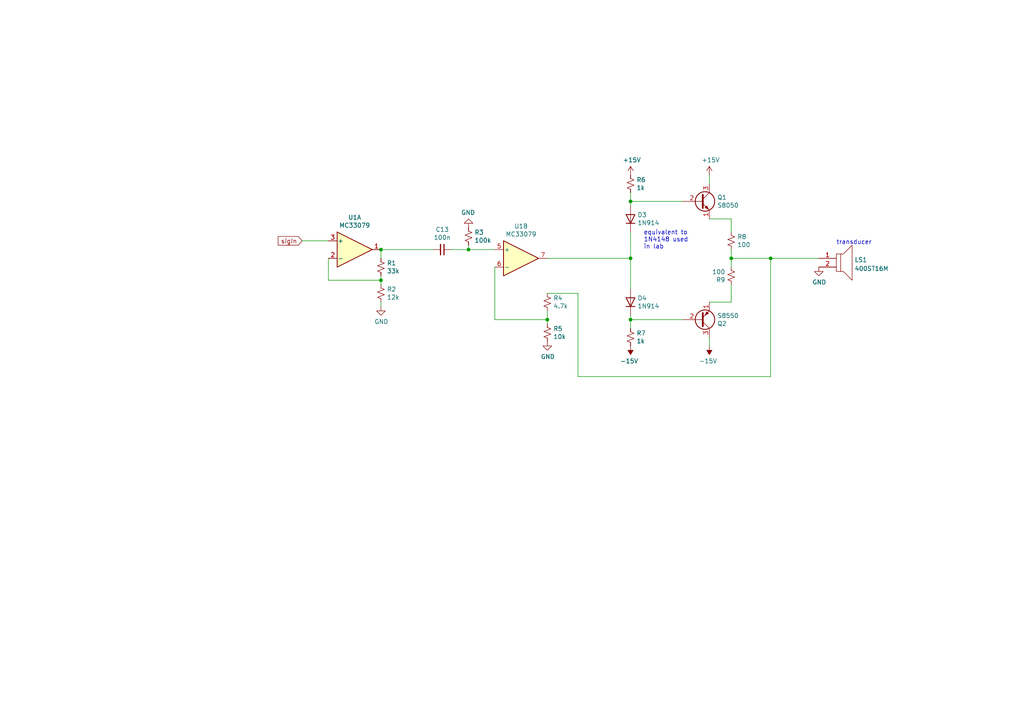
<source format=kicad_sch>
(kicad_sch (version 20211123) (generator eeschema)
  (paper "A4")
  (lib_symbols
    (symbol "Amplifier_Operational:MC33079" (pin_names (offset 0.127))
      (property "Reference" "U" (at 0 5.08 0))
      (property "Value" "MC33079" (at 0 -5.08 0))
      (symbol "MC33079_1_1"
        (polyline (pts (xy -5.08 5.08) (xy 5.08 0) (xy -5.08 -5.08) (xy -5.08 5.08)) (stroke (width 0.254)) (fill (type background)))
        (pin output line (at 7.62 0 180) (length 2.54) (name "~") (number "1"))
        (pin input line (at -7.62 -2.54 0) (length 2.54) (name "-") (number "2"))
        (pin input line (at -7.62 2.54 0) (length 2.54) (name "+") (number "3"))
      )
      (symbol "MC33079_2_1"
        (polyline (pts (xy -5.08 5.08) (xy 5.08 0) (xy -5.08 -5.08) (xy -5.08 5.08)) (stroke (width 0.254)) (fill (type background)))
        (pin input line (at -7.62 2.54 0) (length 2.54) (name "+") (number "5"))
        (pin input line (at -7.62 -2.54 0) (length 2.54) (name "-") (number "6"))
        (pin output line (at 7.62 0 180) (length 2.54) (name "~") (number "7"))
      )
      (symbol "MC33079_3_1"
        (polyline (pts (xy -5.08 5.08) (xy 5.08 0) (xy -5.08 -5.08) (xy -5.08 5.08)) (stroke (width 0.254)) (fill (type background)))
        (pin input line (at -7.62 2.54 0) (length 2.54) (name "+") (number "10"))
        (pin output line (at 7.62 0 180) (length 2.54) (name "~") (number "8"))
        (pin input line (at -7.62 -2.54 0) (length 2.54) (name "-") (number "9"))
      )
      (symbol "MC33079_4_1"
        (polyline (pts (xy -5.08 5.08) (xy 5.08 0) (xy -5.08 -5.08) (xy -5.08 5.08)) (stroke (width 0.254)) (fill (type background)))
        (pin input line (at -7.62 2.54 0) (length 2.54) (name "+") (number "12"))
        (pin input line (at -7.62 -2.54 0) (length 2.54) (name "-") (number "13"))
        (pin output line (at 7.62 0 180) (length 2.54) (name "~") (number "14"))
      )
      (symbol "MC33079_5_1"
        (pin power_in line (at -2.54 -7.62 90) (length 3.81) (name "V-") (number "11"))
        (pin power_in line (at -2.54 7.62 270) (length 3.81) (name "V+") (number "4"))
      )
    )
    (symbol "Device:C_Small" (pin_numbers hide) (pin_names (offset 0.254) hide)
      (property "Reference" "C" (at 0.254 1.778 0))
      (property "Value" "C_Small" (at 0.254 -2.032 0))
      (symbol "C_Small_0_1"
        (polyline (pts (xy -1.524 -0.508) (xy 1.524 -0.508)) (stroke (width 0.3302)))
        (polyline (pts (xy -1.524 0.508) (xy 1.524 0.508)) (stroke (width 0.3048)))
      )
      (symbol "C_Small_1_1"
        (pin passive line (at 0 2.54 270) (length 2.032) (name "~") (number "1"))
        (pin passive line (at 0 -2.54 90) (length 2.032) (name "~") (number "2"))
      )
    )
    (symbol "Device:R_Small_US" (pin_numbers hide) (pin_names (offset 0.254) hide)
      (property "Reference" "R" (at 0.762 0.508 0))
      (property "Value" "R_Small_US" (at 0.762 -1.016 0))
      (symbol "R_Small_US_1_1"
        (polyline (pts (xy 0 0) (xy 1.016 -0.381) (xy 0 -0.762) (xy -1.016 -1.143) (xy 0 -1.524)))
        (polyline (pts (xy 0 1.524) (xy 1.016 1.143) (xy 0 0.762) (xy -1.016 0.381) (xy 0 0)))
        (pin passive line (at 0 2.54 270) (length 1.016) (name "~") (number "1"))
        (pin passive line (at 0 -2.54 90) (length 1.016) (name "~") (number "2"))
      )
    )
    (symbol "Diode:1N914" (pin_numbers hide) (pin_names hide)
      (property "Reference" "D" (at 0 2.54 0))
      (property "Value" "1N914" (at 0 -2.54 0))
      (symbol "1N914_0_1"
        (polyline (pts (xy -1.27 1.27) (xy -1.27 -1.27)) (stroke (width 0.254)))
        (polyline (pts (xy 1.27 0) (xy -1.27 0)))
        (polyline (pts (xy 1.27 1.27) (xy 1.27 -1.27) (xy -1.27 0) (xy 1.27 1.27)) (stroke (width 0.254)))
      )
      (symbol "1N914_1_1"
        (pin passive line (at -3.81 0 0) (length 2.54) (name "K") (number "1"))
        (pin passive line (at 3.81 0 180) (length 2.54) (name "A") (number "2"))
      )
    )
    (symbol "SamacSys_Parts:400ST16M" (pin_names (offset 0.762))
      (property "Reference" "LS1" (at 10.3632 -0.4353 0))
      (property "Value" "400ST16M" (at 10.3632 -2.9722 0))
      (symbol "400ST16M_0_0"
        (pin passive line (at 0 0 0) (length 5.08) (name "~") (number "1"))
        (pin passive line (at 0 -2.54 0) (length 5.08) (name "~") (number "2"))
      )
      (symbol "400ST16M_0_1"
        (polyline (pts (xy 5.08 1.27) (xy 5.08 -3.81) (xy 6.35 -3.81) (xy 6.35 1.27) (xy 5.08 1.27)) (stroke (width 0.1524)))
        (polyline (pts (xy 6.35 1.27) (xy 7.112 1.27) (xy 9.652 3.81) (xy 9.652 -6.35) (xy 7.112 -3.81) (xy 6.35 -3.81)) (stroke (width 0.1524)))
      )
    )
    (symbol "Transistor_BJT:S8050" (pin_names (offset 0) hide)
      (property "Reference" "Q" (at 5.08 1.905 0))
      (property "Value" "S8050" (at 5.08 0 0))
      (symbol "S8050_0_1"
        (polyline (pts (xy 0 0) (xy 0.635 0)))
        (polyline (pts (xy 0.635 0.635) (xy 2.54 2.54)))
        (polyline (pts (xy 0.635 -0.635) (xy 2.54 -2.54) (xy 2.54 -2.54)))
        (polyline (pts (xy 0.635 1.905) (xy 0.635 -1.905) (xy 0.635 -1.905)) (stroke (width 0.508)))
        (polyline (pts (xy 1.27 -1.778) (xy 1.778 -1.27) (xy 2.286 -2.286) (xy 1.27 -1.778) (xy 1.27 -1.778)) (fill (type outline)))
        (circle (center 1.27 0) (radius 2.8194) (stroke (width 0.254)))
      )
      (symbol "S8050_1_1"
        (pin passive line (at 2.54 -5.08 90) (length 2.54) (name "E") (number "1"))
        (pin input line (at -5.08 0 0) (length 5.08) (name "B") (number "2"))
        (pin passive line (at 2.54 5.08 270) (length 2.54) (name "C") (number "3"))
      )
    )
    (symbol "Transistor_BJT:S8550" (pin_names (offset 0) hide)
      (property "Reference" "Q" (at 5.08 1.905 0))
      (property "Value" "S8550" (at 5.08 0 0))
      (symbol "S8550_0_1"
        (polyline (pts (xy 0 0) (xy 0.635 0)))
        (polyline (pts (xy 2.54 -2.54) (xy 0.635 -0.635)))
        (polyline (pts (xy 2.54 2.54) (xy 0.635 0.635)))
        (polyline (pts (xy 0.635 1.905) (xy 0.635 -1.905) (xy 0.635 -1.905)) (stroke (width 0.508)) (fill (type outline)))
        (polyline (pts (xy 1.778 -2.286) (xy 2.286 -1.778) (xy 1.27 -1.27) (xy 1.778 -2.286) (xy 1.778 -2.286)) (fill (type outline)))
        (circle (center 1.27 0) (radius 2.8194) (stroke (width 0.254)))
      )
      (symbol "S8550_1_1"
        (pin passive line (at 2.54 -5.08 90) (length 2.54) (name "E") (number "1"))
        (pin input line (at -5.08 0 0) (length 5.08) (name "B") (number "2"))
        (pin passive line (at 2.54 5.08 270) (length 2.54) (name "C") (number "3"))
      )
    )
    (symbol "power:+15V" (power) (pin_names (offset 0))
      (property "Value" "+15V" (at 0 3.556 0))
      (symbol "+15V_0_1"
        (polyline (pts (xy -0.762 1.27) (xy 0 2.54)))
        (polyline (pts (xy 0 0) (xy 0 2.54)))
        (polyline (pts (xy 0 2.54) (xy 0.762 1.27)))
      )
      (symbol "+15V_1_1"
        (pin power_in line (at 0 0 90) (length 0) hide (name "+15V") (number "1"))
      )
    )
    (symbol "power:-15V" (power) (pin_names (offset 0))
      (property "Value" "-15V" (at 0 3.81 0))
      (symbol "-15V_0_0"
        (pin power_in line (at 0 0 90) (length 0) hide (name "-15V") (number "1"))
      )
      (symbol "-15V_0_1"
        (polyline (pts (xy 0 0) (xy 0 1.27) (xy 0.762 1.27) (xy 0 2.54) (xy -0.762 1.27) (xy 0 1.27)) (fill (type outline)))
      )
    )
    (symbol "power:GND" (power) (pin_names (offset 0))
      (property "Value" "GND" (at 0 -3.81 0))
      (symbol "GND_0_1"
        (polyline (pts (xy 0 0) (xy 0 -1.27) (xy 1.27 -1.27) (xy 0 -2.54) (xy -1.27 -1.27) (xy 0 -1.27)))
      )
      (symbol "GND_1_1"
        (pin power_in line (at 0 0 270) (length 0) hide (name "GND") (number "1"))
      )
    )
  )
  (junction (at 223.52 74.93))
  (junction (at 135.89 72.39))
  (junction (at 158.75 92.71))
  (junction (at 182.88 74.93))
  (junction (at 212.09 74.93))
  (junction (at 110.49 72.39))
  (junction (at 182.88 92.71))
  (junction (at 110.49 81.28))
  (junction (at 182.88 58.42))
  (wire (pts (xy 182.88 58.42) (xy 182.88 55.88)))
  (wire (pts (xy 110.49 72.39) (xy 110.49 74.93)))
  (wire (pts (xy 223.52 74.93) (xy 223.52 109.22)))
  (wire (pts (xy 95.25 69.85) (xy 87.63 69.85)))
  (wire (pts (xy 135.89 72.39) (xy 143.51 72.39)))
  (wire (pts (xy 135.89 71.12) (xy 135.89 72.39)))
  (wire (pts (xy 95.25 81.28) (xy 95.25 74.93)))
  (wire (pts (xy 110.49 80.01) (xy 110.49 81.28)))
  (wire (pts (xy 110.49 87.63) (xy 110.49 88.9)))
  (wire (pts (xy 158.75 90.17) (xy 158.75 92.71)))
  (wire (pts (xy 212.09 87.63) (xy 212.09 82.55)))
  (wire (pts (xy 158.75 92.71) (xy 143.51 92.71)))
  (wire (pts (xy 212.09 74.93) (xy 212.09 77.47)))
  (wire (pts (xy 223.52 109.22) (xy 167.64 109.22)))
  (wire (pts (xy 130.81 72.39) (xy 135.89 72.39)))
  (wire (pts (xy 205.74 50.8) (xy 205.74 53.34)))
  (wire (pts (xy 223.52 74.93) (xy 237.49 74.93)))
  (wire (pts (xy 110.49 72.39) (xy 125.73 72.39)))
  (wire (pts (xy 212.09 72.39) (xy 212.09 74.93)))
  (wire (pts (xy 182.88 92.71) (xy 182.88 95.25)))
  (wire (pts (xy 205.74 100.33) (xy 205.74 97.79)))
  (wire (pts (xy 143.51 77.47) (xy 143.51 92.71)))
  (wire (pts (xy 182.88 91.44) (xy 182.88 92.71)))
  (wire (pts (xy 212.09 63.5) (xy 212.09 67.31)))
  (wire (pts (xy 205.74 63.5) (xy 212.09 63.5)))
  (wire (pts (xy 110.49 81.28) (xy 95.25 81.28)))
  (wire (pts (xy 182.88 58.42) (xy 198.12 58.42)))
  (wire (pts (xy 182.88 59.69) (xy 182.88 58.42)))
  (wire (pts (xy 212.09 74.93) (xy 223.52 74.93)))
  (wire (pts (xy 205.74 87.63) (xy 212.09 87.63)))
  (wire (pts (xy 198.12 92.71) (xy 182.88 92.71)))
  (wire (pts (xy 110.49 81.28) (xy 110.49 82.55)))
  (wire (pts (xy 158.75 92.71) (xy 158.75 93.98)))
  (wire (pts (xy 182.88 74.93) (xy 182.88 83.82)))
  (wire (pts (xy 182.88 67.31) (xy 182.88 74.93)))
  (wire (pts (xy 167.64 109.22) (xy 167.64 85.09)))
  (wire (pts (xy 158.75 85.09) (xy 167.64 85.09)))
  (wire (pts (xy 158.75 74.93) (xy 182.88 74.93)))
  (text "transducer\n" (at 242.57 71.12 0) (effects (font (size 1.27 1.27)) (justify left bottom)))
  (text "equivalent to \n1N4148 used \nin lab\n" (at 186.69 72.39 0) (effects (font (size 1.27 1.27)) (justify left bottom)))
  (global_label "sigIn" (shape input) (at 87.63 69.85 180) (property "Intersheet References" "${INTERSHEET_REFS}" (effects hide)))
  (symbol (lib_id "Amplifier_Operational:MC33079") (at 102.87 72.39 0) (unit 1)
    (property "Reference" "U1" (at 102.87 63.0682 0))
    (property "Value" "MC33079" (at 102.87 65.3796 0))
    (property "Footprint" "Package_SO:SOIC-14_3.9x8.7mm_P1.27mm" (effects hide))
    (property "Datasheet" "https://www.onsemi.com/pub/Collateral/MC33078-D.PDF" (effects hide))
  )
  (symbol (lib_id "Amplifier_Operational:MC33079") (at 151.13 74.93 0) (unit 2)
    (property "Reference" "U1" (at 151.13 65.6082 0))
    (property "Value" "MC33079" (at 151.13 67.9196 0))
    (property "Footprint" "Package_SO:SOIC-14_3.9x8.7mm_P1.27mm" (effects hide))
    (property "Datasheet" "https://www.onsemi.com/pub/Collateral/MC33078-D.PDF" (effects hide))
  )
  (symbol (lib_id "Transistor_BJT:S8050") (at 203.2 58.42 0) (unit 1)
    (property "Reference" "Q1" (at 208.026 57.2516 0) (effects (justify left)))
    (property "Value" "S8050" (at 208.026 59.563 0) (effects (justify left)))
    (property "Footprint" "Package_TO_SOT_THT:TO-92_Inline" (effects hide))
    (property "Datasheet" "http://www.unisonic.com.tw/datasheet/S8050.pdf" (effects hide))
  )
  (symbol (lib_id "Transistor_BJT:S8550") (at 203.2 92.71 0) (mirror x) (unit 1)
    (property "Reference" "Q2" (at 208.026 93.8784 0) (effects (justify left)))
    (property "Value" "S8550" (at 208.026 91.567 0) (effects (justify left)))
    (property "Footprint" "Package_TO_SOT_THT:TO-92_Inline" (effects hide))
    (property "Datasheet" "http://www.unisonic.com.tw/datasheet/S8550.pdf" (effects hide))
  )
  (symbol (lib_id "Device:R_Small_US") (at 110.49 77.47 0) (unit 1)
    (property "Reference" "R1" (at 112.2172 76.3016 0) (effects (justify left)))
    (property "Value" "33k" (at 112.2172 78.613 0) (effects (justify left)))
    (property "Footprint" "Resistor_SMD:R_0603_1608Metric" (effects hide))
  )
  (symbol (lib_id "Device:R_Small_US") (at 110.49 85.09 0) (unit 1)
    (property "Reference" "R2" (at 112.2172 83.9216 0) (effects (justify left)))
    (property "Value" "12k" (at 112.2172 86.233 0) (effects (justify left)))
    (property "Footprint" "Resistor_SMD:R_0603_1608Metric" (effects hide))
  )
  (symbol (lib_id "power:GND") (at 110.49 88.9 0) (unit 1)
    (property "Reference" "#PWR015" (effects hide))
    (property "Value" "GND" (at 110.617 93.2942 0))
  )
  (symbol (lib_id "Device:C_Small") (at 128.27 72.39 270) (unit 1)
    (property "Reference" "C13" (at 128.27 66.5734 90))
    (property "Value" "100n" (at 128.27 68.8848 90))
    (property "Footprint" "Capacitor_SMD:C_0603_1608Metric" (effects hide))
  )
  (symbol (lib_id "Device:R_Small_US") (at 158.75 87.63 0) (unit 1)
    (property "Reference" "R4" (at 160.4772 86.4616 0) (effects (justify left)))
    (property "Value" "4.7k" (at 160.4772 88.773 0) (effects (justify left)))
    (property "Footprint" "Resistor_SMD:R_0603_1608Metric" (effects hide))
  )
  (symbol (lib_id "Device:R_Small_US") (at 158.75 96.52 0) (unit 1)
    (property "Reference" "R5" (at 160.4772 95.3516 0) (effects (justify left)))
    (property "Value" "10k" (at 160.4772 97.663 0) (effects (justify left)))
    (property "Footprint" "Resistor_SMD:R_0603_1608Metric" (effects hide))
  )
  (symbol (lib_id "power:GND") (at 158.75 99.06 0) (unit 1)
    (property "Reference" "#PWR017" (effects hide))
    (property "Value" "GND" (at 158.877 103.4542 0))
  )
  (symbol (lib_id "Diode:1N914") (at 182.88 63.5 90) (unit 1)
    (property "Reference" "D3" (at 184.8866 62.3316 90) (effects (justify right)))
    (property "Value" "1N914" (at 184.8866 64.643 90) (effects (justify right)))
    (property "Footprint" "Diode_THT:D_DO-35_SOD27_P7.62mm_Horizontal" (effects hide))
    (property "Datasheet" "http://www.vishay.com/docs/85622/1n914.pdf" (effects hide))
  )
  (symbol (lib_id "Diode:1N914") (at 182.88 87.63 90) (unit 1)
    (property "Reference" "D4" (at 184.8866 86.4616 90) (effects (justify right)))
    (property "Value" "1N914" (at 184.8866 88.773 90) (effects (justify right)))
    (property "Footprint" "Diode_THT:D_DO-35_SOD27_P7.62mm_Horizontal" (effects hide))
    (property "Datasheet" "http://www.vishay.com/docs/85622/1n914.pdf" (effects hide))
  )
  (symbol (lib_id "Device:R_Small_US") (at 182.88 97.79 0) (unit 1)
    (property "Reference" "R7" (at 184.6072 96.6216 0) (effects (justify left)))
    (property "Value" "1k" (at 184.6072 98.933 0) (effects (justify left)))
    (property "Footprint" "Resistor_SMD:R_0603_1608Metric" (effects hide))
  )
  (symbol (lib_id "Device:R_Small_US") (at 182.88 53.34 0) (unit 1)
    (property "Reference" "R6" (at 184.6072 52.1716 0) (effects (justify left)))
    (property "Value" "1k" (at 184.6072 54.483 0) (effects (justify left)))
    (property "Footprint" "Resistor_SMD:R_0603_1608Metric" (effects hide))
  )
  (symbol (lib_id "power:+15V") (at 182.88 50.8 0) (unit 1)
    (property "Reference" "#PWR018" (effects hide))
    (property "Value" "+15V" (at 183.261 46.4058 0))
  )
  (symbol (lib_id "power:-15V") (at 182.88 100.33 180) (unit 1)
    (property "Reference" "#PWR019" (effects hide))
    (property "Value" "-15V" (at 182.499 104.7242 0))
  )
  (symbol (lib_id "power:-15V") (at 205.74 100.33 180) (unit 1)
    (property "Reference" "#PWR021" (effects hide))
    (property "Value" "-15V" (at 205.359 104.7242 0))
  )
  (symbol (lib_id "power:+15V") (at 205.74 50.8 0) (unit 1)
    (property "Reference" "#PWR020" (effects hide))
    (property "Value" "+15V" (at 206.121 46.4058 0))
  )
  (symbol (lib_id "Device:R_Small_US") (at 212.09 69.85 0) (unit 1)
    (property "Reference" "R8" (at 213.8172 68.6816 0) (effects (justify left)))
    (property "Value" "100" (at 213.8172 70.993 0) (effects (justify left)))
    (property "Footprint" "Resistor_SMD:R_0603_1608Metric" (effects hide))
  )
  (symbol (lib_id "Device:R_Small_US") (at 212.09 80.01 180) (unit 1)
    (property "Reference" "R9" (at 210.3628 81.1784 0) (effects (justify left)))
    (property "Value" "100" (at 210.3628 78.867 0) (effects (justify left)))
    (property "Footprint" "Resistor_SMD:R_0603_1608Metric" (effects hide))
  )
  (symbol (lib_id "power:GND") (at 237.49 77.47 0) (unit 1)
    (property "Reference" "#PWR022" (effects hide))
    (property "Value" "GND" (at 237.617 81.8642 0))
  )
  (symbol (lib_id "Device:R_Small_US") (at 135.89 68.58 0) (unit 1)
    (property "Reference" "R3" (at 137.6172 67.4116 0) (effects (justify left)))
    (property "Value" "100k" (at 137.6172 69.723 0) (effects (justify left)))
    (property "Footprint" "Resistor_SMD:R_0603_1608Metric" (effects hide))
  )
  (symbol (lib_id "power:GND") (at 135.89 66.04 180) (unit 1)
    (property "Reference" "#PWR016" (effects hide))
    (property "Value" "GND" (at 135.763 61.6458 0))
  )
  (symbol (lib_id "SamacSys_Parts:400ST16M") (at 237.49 74.93 0) (unit 1)
    (property "Reference" "LS1" (at 247.8532 75.3653 0) (effects (justify left)))
    (property "Value" "400ST16M" (at 247.8532 77.9022 0) (effects (justify left)))
    (property "Footprint" "SamacSys_Parts:400ST16M" (effects hide))
    (property "Datasheet" "https://componentsearchengine.com/Datasheets/1/400ST16M.pdf" (effects hide))
    (property "Description" "Air Ultrasonic Ceramic Transducers" (effects hide))
    (property "Height" "12.45" (effects hide))
    (property "Manufacturer_Name" "Pro-Wave Electronics" (effects hide))
    (property "Manufacturer_Part_Number" "400ST16M" (effects hide))
  )
)
</source>
